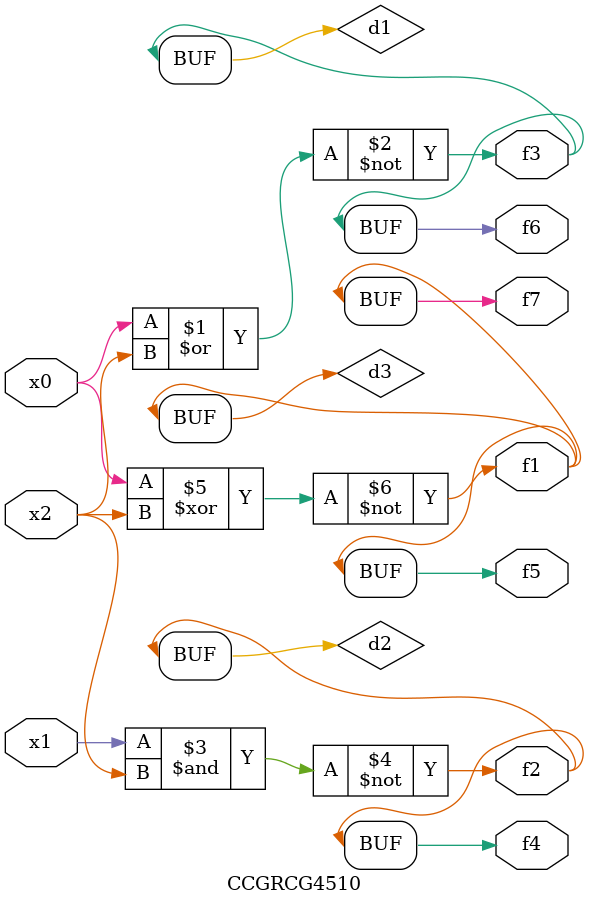
<source format=v>
module CCGRCG4510(
	input x0, x1, x2,
	output f1, f2, f3, f4, f5, f6, f7
);

	wire d1, d2, d3;

	nor (d1, x0, x2);
	nand (d2, x1, x2);
	xnor (d3, x0, x2);
	assign f1 = d3;
	assign f2 = d2;
	assign f3 = d1;
	assign f4 = d2;
	assign f5 = d3;
	assign f6 = d1;
	assign f7 = d3;
endmodule

</source>
